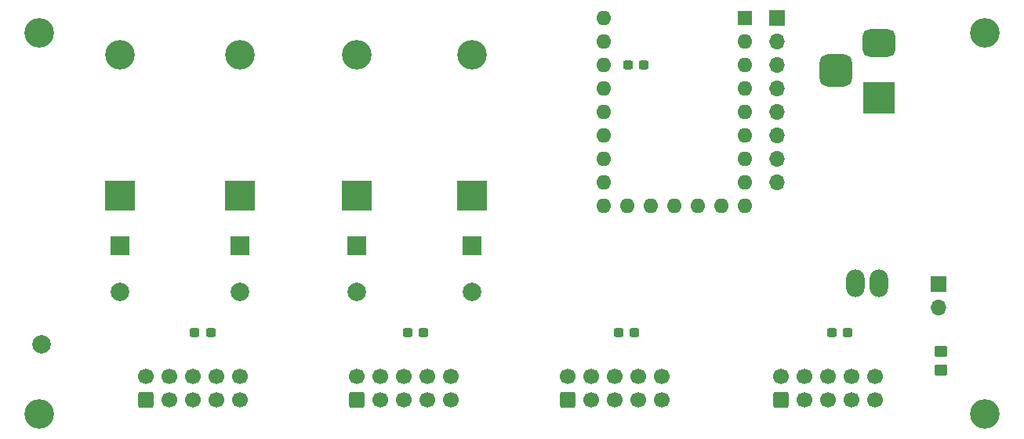
<source format=gbs>
G04 #@! TF.GenerationSoftware,KiCad,Pcbnew,8.0.0-rc1*
G04 #@! TF.CreationDate,2025-07-19T19:17:19+02:00*
G04 #@! TF.ProjectId,Pneumatic control unit system,506e6575-6d61-4746-9963-20636f6e7472,rev?*
G04 #@! TF.SameCoordinates,Original*
G04 #@! TF.FileFunction,Soldermask,Bot*
G04 #@! TF.FilePolarity,Negative*
%FSLAX46Y46*%
G04 Gerber Fmt 4.6, Leading zero omitted, Abs format (unit mm)*
G04 Created by KiCad (PCBNEW 8.0.0-rc1) date 2025-07-19 19:17:19*
%MOMM*%
%LPD*%
G01*
G04 APERTURE LIST*
G04 Aperture macros list*
%AMRoundRect*
0 Rectangle with rounded corners*
0 $1 Rounding radius*
0 $2 $3 $4 $5 $6 $7 $8 $9 X,Y pos of 4 corners*
0 Add a 4 corners polygon primitive as box body*
4,1,4,$2,$3,$4,$5,$6,$7,$8,$9,$2,$3,0*
0 Add four circle primitives for the rounded corners*
1,1,$1+$1,$2,$3*
1,1,$1+$1,$4,$5*
1,1,$1+$1,$6,$7*
1,1,$1+$1,$8,$9*
0 Add four rect primitives between the rounded corners*
20,1,$1+$1,$2,$3,$4,$5,0*
20,1,$1+$1,$4,$5,$6,$7,0*
20,1,$1+$1,$6,$7,$8,$9,0*
20,1,$1+$1,$8,$9,$2,$3,0*%
G04 Aperture macros list end*
%ADD10C,3.200000*%
%ADD11RoundRect,0.250000X0.600000X-0.600000X0.600000X0.600000X-0.600000X0.600000X-0.600000X-0.600000X0*%
%ADD12C,1.700000*%
%ADD13C,2.000000*%
%ADD14R,2.000000X2.000000*%
%ADD15R,3.200000X3.200000*%
%ADD16O,3.200000X3.200000*%
%ADD17R,1.700000X1.700000*%
%ADD18O,1.700000X1.700000*%
%ADD19R,1.600000X1.600000*%
%ADD20O,1.600000X1.600000*%
%ADD21R,3.500000X3.500000*%
%ADD22RoundRect,0.750000X-1.000000X0.750000X-1.000000X-0.750000X1.000000X-0.750000X1.000000X0.750000X0*%
%ADD23RoundRect,0.875000X-0.875000X0.875000X-0.875000X-0.875000X0.875000X-0.875000X0.875000X0.875000X0*%
%ADD24O,2.000000X3.000000*%
%ADD25RoundRect,0.250000X0.450000X-0.350000X0.450000X0.350000X-0.450000X0.350000X-0.450000X-0.350000X0*%
%ADD26RoundRect,0.237500X-0.300000X-0.237500X0.300000X-0.237500X0.300000X0.237500X-0.300000X0.237500X0*%
G04 APERTURE END LIST*
D10*
X205600000Y-104750000D03*
D11*
X183600000Y-144540000D03*
D12*
X183600000Y-142000000D03*
X186140000Y-144540000D03*
X186140000Y-142000000D03*
X188680000Y-144540000D03*
X188680000Y-142000000D03*
X191220000Y-144540000D03*
X191220000Y-142000000D03*
X193760000Y-144540000D03*
X193760000Y-142000000D03*
D13*
X103750000Y-138500000D03*
D11*
X160600000Y-144540000D03*
D12*
X160600000Y-142000000D03*
X163140000Y-144540000D03*
X163140000Y-142000000D03*
X165680000Y-144540000D03*
X165680000Y-142000000D03*
X168220000Y-144540000D03*
X168220000Y-142000000D03*
X170760000Y-144540000D03*
X170760000Y-142000000D03*
D14*
X137800000Y-127800000D03*
D13*
X137800000Y-132800000D03*
D15*
X112200000Y-122400000D03*
D16*
X112200000Y-107160000D03*
D11*
X115000000Y-144540000D03*
D12*
X115000000Y-142000000D03*
X117540000Y-144540000D03*
X117540000Y-142000000D03*
X120080000Y-144540000D03*
X120080000Y-142000000D03*
X122620000Y-144540000D03*
X122620000Y-142000000D03*
X125160000Y-144540000D03*
X125160000Y-142000000D03*
D14*
X150200000Y-127800000D03*
D13*
X150200000Y-132800000D03*
D17*
X183200000Y-103195000D03*
D18*
X183200000Y-105735000D03*
X183200000Y-108275000D03*
X183200000Y-110815000D03*
X183200000Y-113355000D03*
X183200000Y-115895000D03*
X183200000Y-118435000D03*
X183200000Y-120975000D03*
D10*
X205600000Y-146000000D03*
D11*
X137800000Y-144540000D03*
D12*
X137800000Y-142000000D03*
X140340000Y-144540000D03*
X140340000Y-142000000D03*
X142880000Y-144540000D03*
X142880000Y-142000000D03*
X145420000Y-144540000D03*
X145420000Y-142000000D03*
X147960000Y-144540000D03*
X147960000Y-142000000D03*
D15*
X150200000Y-122400000D03*
D16*
X150200000Y-107160000D03*
D10*
X103500000Y-146000000D03*
D15*
X137800000Y-122400000D03*
D16*
X137800000Y-107160000D03*
D19*
X179703200Y-103200000D03*
D20*
X179703200Y-105740000D03*
X179703200Y-108280000D03*
X179703200Y-110820000D03*
X179703200Y-113360000D03*
X179703200Y-115900000D03*
X179703200Y-118440000D03*
X179703200Y-120980000D03*
X179703200Y-123520000D03*
X177163200Y-123520000D03*
X174623200Y-123520000D03*
X172083200Y-123520000D03*
X169543200Y-123520000D03*
X167003200Y-123520000D03*
X164463200Y-123520000D03*
X164463200Y-120980000D03*
X164463200Y-118440000D03*
X164463200Y-115900000D03*
X164463200Y-113360000D03*
X164463200Y-110820000D03*
X164463200Y-108280000D03*
X164463200Y-105740000D03*
X164463200Y-103200000D03*
D17*
X200600000Y-132000000D03*
D18*
X200600000Y-134540000D03*
D21*
X194200000Y-111850000D03*
D22*
X194200000Y-105850000D03*
D23*
X189500000Y-108850000D03*
D15*
X125200000Y-122400000D03*
D16*
X125200000Y-107160000D03*
D14*
X112250000Y-127850000D03*
D13*
X112250000Y-132850000D03*
D10*
X103500000Y-104750000D03*
D14*
X125200000Y-127832323D03*
D13*
X125200000Y-132832323D03*
D24*
X194203200Y-131850000D03*
X191663200Y-131850000D03*
D25*
X200897060Y-141250000D03*
X200897060Y-139250000D03*
D26*
X120275000Y-137250000D03*
X122000000Y-137250000D03*
X166075000Y-137250000D03*
X167800000Y-137250000D03*
X143275000Y-137250000D03*
X145000000Y-137250000D03*
X189075000Y-137250000D03*
X190800000Y-137250000D03*
X167045800Y-108245000D03*
X168770800Y-108245000D03*
M02*

</source>
